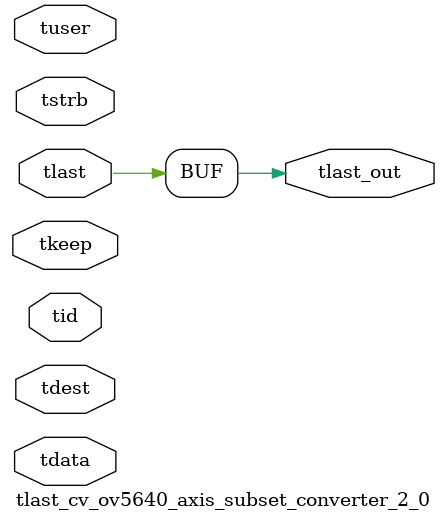
<source format=v>


`timescale 1ps/1ps

module tlast_cv_ov5640_axis_subset_converter_2_0 #
(
parameter C_S_AXIS_TID_WIDTH   = 1,
parameter C_S_AXIS_TUSER_WIDTH = 0,
parameter C_S_AXIS_TDATA_WIDTH = 0,
parameter C_S_AXIS_TDEST_WIDTH = 0
)
(
input  [(C_S_AXIS_TID_WIDTH   == 0 ? 1 : C_S_AXIS_TID_WIDTH)-1:0       ] tid,
input  [(C_S_AXIS_TDATA_WIDTH == 0 ? 1 : C_S_AXIS_TDATA_WIDTH)-1:0     ] tdata,
input  [(C_S_AXIS_TUSER_WIDTH == 0 ? 1 : C_S_AXIS_TUSER_WIDTH)-1:0     ] tuser,
input  [(C_S_AXIS_TDEST_WIDTH == 0 ? 1 : C_S_AXIS_TDEST_WIDTH)-1:0     ] tdest,
input  [(C_S_AXIS_TDATA_WIDTH/8)-1:0 ] tkeep,
input  [(C_S_AXIS_TDATA_WIDTH/8)-1:0 ] tstrb,
input  [0:0]                                                             tlast,
output                                                                   tlast_out
);

assign tlast_out = {tlast};

endmodule


</source>
